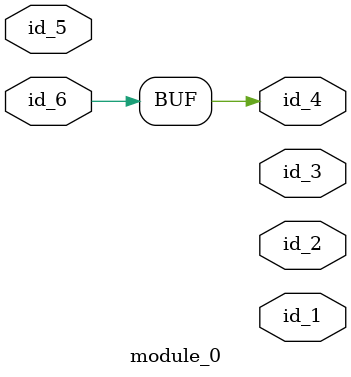
<source format=v>
module module_0 (
    id_1,
    id_2,
    id_3,
    id_4,
    id_5,
    id_6
);
  inout id_6;
  inout id_5;
  output id_4;
  output id_3;
  output id_2;
  output id_1;
  assign id_4 = id_6;
endmodule

</source>
